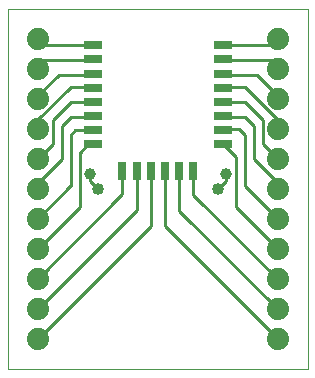
<source format=gtl>
G75*
%MOIN*%
%OFA0B0*%
%FSLAX24Y24*%
%IPPOS*%
%LPD*%
%AMOC8*
5,1,8,0,0,1.08239X$1,22.5*
%
%ADD10C,0.0000*%
%ADD11C,0.0740*%
%ADD12R,0.0591X0.0315*%
%ADD13R,0.0315X0.0591*%
%ADD14C,0.0394*%
%ADD15C,0.0100*%
%ADD16C,0.0400*%
D10*
X000100Y000100D02*
X000100Y012100D01*
X010100Y012100D01*
X010100Y000100D02*
X000100Y000100D01*
X010100Y000100D02*
X010100Y012100D01*
D11*
X009100Y011100D03*
X009100Y010100D03*
X009100Y009100D03*
X009100Y008100D03*
X009100Y007100D03*
X009100Y006100D03*
X009100Y005100D03*
X009100Y004100D03*
X009100Y003100D03*
X009100Y002100D03*
X009100Y001100D03*
X001100Y001100D03*
X001100Y002100D03*
X001100Y003100D03*
X001100Y004100D03*
X001100Y005100D03*
X001100Y006100D03*
X001100Y007100D03*
X001100Y008100D03*
X001100Y009100D03*
X001100Y010100D03*
X001100Y011100D03*
D12*
X002948Y010891D03*
X002948Y010419D03*
X002948Y009946D03*
X002948Y009474D03*
X002948Y009002D03*
X002948Y008529D03*
X002948Y008057D03*
X002948Y007584D03*
X007279Y007584D03*
X007279Y008057D03*
X007279Y008529D03*
X007279Y009002D03*
X007279Y009474D03*
X007279Y009946D03*
X007279Y010419D03*
X007279Y010891D03*
D13*
X006295Y006698D03*
X005822Y006698D03*
X005350Y006698D03*
X004878Y006698D03*
X004405Y006698D03*
X003933Y006698D03*
D14*
X002850Y006600D03*
X007378Y006600D03*
D15*
X007378Y006378D01*
X007100Y006100D01*
X007700Y005500D02*
X007700Y007163D01*
X007279Y007584D01*
X007279Y008057D02*
X007300Y008100D01*
X007800Y008100D01*
X008000Y007900D01*
X008000Y006200D01*
X009100Y005100D01*
X009100Y004100D02*
X007700Y005500D01*
X009100Y006300D02*
X008300Y007100D01*
X008300Y008200D01*
X008000Y008500D01*
X007308Y008500D01*
X007279Y008529D01*
X007281Y009000D02*
X007279Y009002D01*
X007281Y009000D02*
X008000Y009000D01*
X008600Y008400D01*
X008600Y007600D01*
X009100Y007100D01*
X009100Y006300D02*
X009100Y006100D01*
X009100Y008100D02*
X009100Y008400D01*
X008000Y009500D01*
X007305Y009500D01*
X007279Y009474D01*
X007326Y009900D02*
X007279Y009946D01*
X007326Y009900D02*
X008400Y009900D01*
X009100Y009200D01*
X009100Y009100D01*
X009100Y010100D02*
X009100Y010200D01*
X008900Y010400D01*
X007298Y010400D01*
X007279Y010419D01*
X007279Y010891D02*
X007288Y010900D01*
X008900Y010900D01*
X009100Y011100D01*
X006295Y006698D02*
X006295Y005905D01*
X009100Y003100D01*
X009100Y002100D02*
X005822Y005378D01*
X005822Y006698D01*
X005350Y006698D02*
X005350Y004850D01*
X009100Y001100D01*
X004878Y004878D02*
X001100Y001100D01*
X001100Y002100D02*
X004405Y005405D01*
X004405Y006698D01*
X004878Y006698D02*
X004878Y004878D01*
X003933Y005933D02*
X001100Y003100D01*
X001100Y004100D02*
X002500Y005516D01*
X002500Y007300D01*
X002784Y007584D01*
X002948Y007584D01*
X002948Y008057D02*
X002357Y008057D01*
X002200Y007900D01*
X002200Y006200D01*
X002184Y006200D01*
X001100Y005100D01*
X001100Y005116D01*
X001100Y006100D02*
X001100Y006300D01*
X001900Y007100D01*
X001900Y008200D01*
X002200Y008500D01*
X002919Y008500D01*
X002948Y008529D01*
X002947Y009000D02*
X002948Y009002D01*
X002947Y009000D02*
X002200Y009000D01*
X001600Y008400D01*
X001600Y007600D01*
X001100Y007100D01*
X001100Y008100D02*
X001084Y008384D01*
X002200Y009500D01*
X002922Y009500D01*
X002948Y009474D01*
X002902Y009900D02*
X002948Y009946D01*
X002902Y009900D02*
X001800Y009900D01*
X001084Y009184D01*
X001100Y009100D01*
X001100Y010100D02*
X001084Y010184D01*
X001300Y010400D01*
X002930Y010400D01*
X002948Y010419D01*
X002948Y010891D02*
X001293Y010891D01*
X001100Y011100D01*
X003933Y006698D02*
X003933Y005933D01*
X003100Y006100D02*
X002850Y006350D01*
X002850Y006600D01*
D16*
X003100Y006100D03*
X007100Y006100D03*
M02*

</source>
